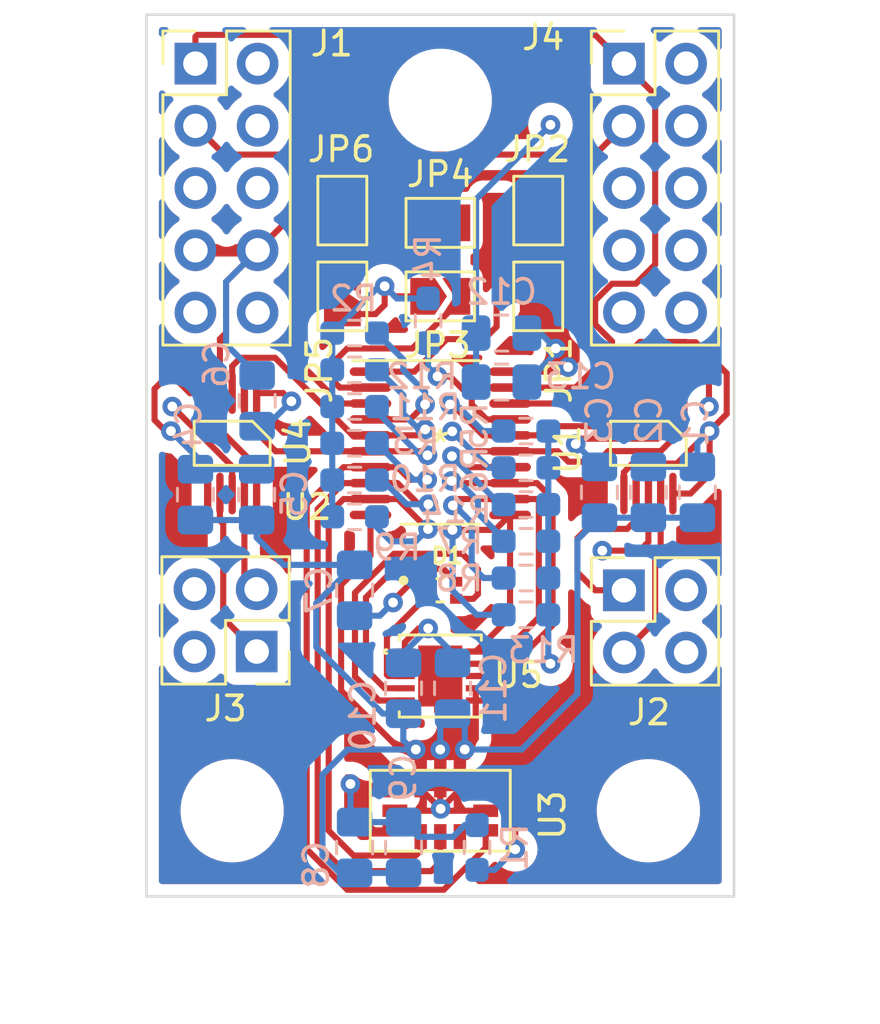
<source format=kicad_pcb>
(kicad_pcb (version 20211014) (generator pcbnew)
  (layers (0 "F.Cu" signal) (1 "In1.Cu" signal) (2 "In2.Cu" signal) (31 "B.Cu" signal) (34 "B.Paste" user) (35 "F.Paste" user) (36 "B.SilkS" user "B.Silkscreen") (37 "F.SilkS" user "F.Silkscreen") (38 "B.Mask" user) (39 "F.Mask" user) (44 "Edge.Cuts" user))
  (net 0 "")
  (net 1 "+3V3")
  (net 2 "GND")
  (net 3 "Net-(C3-Pad1)")
  (net 4 "Net-(C6-Pad1)")
  (net 5 "Net-(D1-Pad4)")
  (net 6 "Net-(D1-Pad2)")
  (net 7 "Net-(D1-Pad3)")
  (net 8 "/SCM")
  (net 9 "/SDM")
  (net 12 "Net-(J2-Pad1)")
  (net 14 "Net-(J2-Pad3)")
  (net 16 "Net-(J3-Pad1)")
  (net 18 "Net-(J3-Pad3)")
  (net 22 "Net-(JP1-Pad2)")
  (net 23 "Net-(JP3-Pad2)")
  (net 24 "Net-(JP5-Pad2)")
  (net 25 "Net-(R1-Pad2)")
  (net 26 "/INT0")
  (net 27 "/INT1")
  (net 28 "Net-(R4-Pad2)")
  (net 29 "/SC3")
  (net 30 "/SD3")
  (net 31 "/SC2")
  (net 32 "/SD2")
  (net 33 "/SC1")
  (net 34 "/SD1")
  (net 35 "/SC0")
  (net 36 "/SD0")
  (net 38 "/INT2")
  (net 39 "/INT3")
  (footprint "MotorDriver:DRV2605LDGSR" (layer "F.Cu") (at 103.5 67.5 -90)
    (fp_text reference "U4")
    (fp_text value "DRV2605LDGSR" hide)
  )
  (footprint "MountingHole:MountingHole_3.2mm_M3" (layer "F.Cu") (at 103.5 82.5)
    (fp_text reference "REF**" hide)
    (fp_text value "MountingHole_3.2mm_M3")
  )
  (footprint "Connector_PinHeader_2.54mm:PinHeader_2x05_P2.54mm_Vertical" (layer "F.Cu") (at 119.5 52)
    (fp_text reference "J4")
    (fp_text value "Conn_02x05_Odd_Even")
  )
  (footprint "MotorDriver:DRV2605LDGSR" (layer "F.Cu") (at 120.5 67.5 -90)
    (fp_text reference "U1")
    (fp_text value "DRV2605LDGSR" hide)
  )
  (footprint "MountingHole:MountingHole_3.2mm_M3" (layer "F.Cu") (at 120.5 82.5)
    (fp_text reference "REF**" hide)
    (fp_text value "MountingHole_3.2mm_M3")
  )
  (footprint "Jumper:SolderJumper-2_P1.3mm_Open_TrianglePad1.0x1.5mm" (layer "F.Cu") (at 112 61.5)
    (fp_text reference "JP3")
    (fp_text value "SolderJumper_2_Open")
  )
  (footprint "LEDDriver:IS31FL3193-DLS2-TR" (layer "F.Cu") (at 112 77)
    (fp_text reference "U5")
    (fp_text value "IS31FL3193-DLS2-TR" hide)
  )
  (footprint "LED:LED_APHF1608LSEEQBDZGKC" (layer "F.Cu") (at 112 73.5)
    (fp_text reference "D1")
    (fp_text value "APHF1608LSEEQBDZGKC")
  )
  (footprint "Connector_PinHeader_2.54mm:PinHeader_2x02_P2.54mm_Vertical" (layer "F.Cu") (at 119.5 73.5)
    (fp_text reference "J2")
    (fp_text value "Conn_02x02_Odd_Even")
  )
  (footprint "Jumper:SolderJumper-2_P1.3mm_Open_TrianglePad1.0x1.5mm" (layer "F.Cu") (at 108 58 -90)
    (fp_text reference "JP6")
    (fp_text value "SolderJumper_2_Open")
  )
  (footprint "MountingHole:MountingHole_3.2mm_M3" (layer "F.Cu") (at 112 53.5)
    (fp_text reference "REF**" hide)
    (fp_text value "MountingHole_3.2mm_M3")
  )
  (footprint "Connector_PinHeader_2.54mm:PinHeader_2x02_P2.54mm_Vertical" (layer "F.Cu") (at 104.5 76 180)
    (fp_text reference "J3")
    (fp_text value "Conn_02x02_Odd_Even")
  )
  (footprint "Jumper:SolderJumper-2_P1.3mm_Open_TrianglePad1.0x1.5mm" (layer "F.Cu") (at 112 58.5)
    (fp_text reference "JP4")
    (fp_text value "SolderJumper_2_Open")
  )
  (footprint "Jumper:SolderJumper-2_P1.3mm_Open_TrianglePad1.0x1.5mm" (layer "F.Cu") (at 116 58 -90)
    (fp_text reference "JP2")
    (fp_text value "SolderJumper_2_Open")
  )
  (footprint "Connector_PinHeader_2.54mm:PinHeader_2x05_P2.54mm_Vertical" (layer "F.Cu") (at 102 52)
    (fp_text reference "J1")
    (fp_text value "Conn_02x05_Odd_Even")
  )
  (footprint "Jumper:SolderJumper-2_P1.3mm_Open_TrianglePad1.0x1.5mm" (layer "F.Cu") (at 116 61.5 90)
    (fp_text reference "JP1")
    (fp_text value "SolderJumper_2_Open")
  )
  (footprint "Jumper:SolderJumper-2_P1.3mm_Open_TrianglePad1.0x1.5mm" (layer "F.Cu") (at 108 61.5 90)
    (fp_text reference "JP5")
    (fp_text value "SolderJumper_2_Open")
  )
  (footprint "TOF:VL53L1CXV0FY&slash_1" (layer "F.Cu") (at 112 82.5 90)
    (fp_text reference "U3")
    (fp_text value "VL53L1CXV0FY1" hide)
  )
  (footprint "I2CMultiplexor:TCA9544APWR" (layer "F.Cu") (at 112 67.5)
    (fp_text reference "U2")
    (fp_text value "TCA9544APWR" hide)
  )
  (footprint "Capacitor_SMD:C_0805_2012Metric_Pad1.18x1.45mm_HandSolder" (layer "B.Cu") (at 110.5 77.5 90)
    (fp_text reference "C10")
    (fp_text value "1u")
  )
  (footprint "Capacitor_SMD:C_0805_2012Metric_Pad1.18x1.45mm_HandSolder" (layer "B.Cu") (at 108.5 84 -90)
    (fp_text reference "C8")
    (fp_text value "100n")
  )
  (footprint "Capacitor_SMD:C_0805_2012Metric_Pad1.18x1.45mm_HandSolder" (layer "B.Cu") (at 104.5 69.596 -90)
    (fp_text reference "C5")
    (fp_text value "1u")
  )
  (footprint "Capacitor_SMD:C_0805_2012Metric_Pad1.18x1.45mm_HandSolder" (layer "B.Cu") (at 112.5 77.5 90)
    (fp_text reference "C11")
    (fp_text value ".1u")
  )
  (footprint "Capacitor_SMD:C_0805_2012Metric_Pad1.18x1.45mm_HandSolder" (layer "B.Cu") (at 114.5 65 180)
    (fp_text reference "C13")
    (fp_text value "1u")
  )
  (footprint "Resistor_SMD:R_0603_1608Metric_Pad0.98x0.95mm_HandSolder" (layer "B.Cu") (at 113.5 84 -90)
    (fp_text reference "R1")
    (fp_text value "10k")
  )
  (footprint "Capacitor_SMD:C_0805_2012Metric_Pad1.18x1.45mm_HandSolder" (layer "B.Cu") (at 122.5 69.5 -90)
    (fp_text reference "C1")
    (fp_text value ".1u")
  )
  (footprint "Resistor_SMD:R_0603_1608Metric_Pad0.98x0.95mm_HandSolder" (layer "B.Cu") (at 111.5 62.5 -90)
    (fp_text reference "R4")
    (fp_text value "10k")
  )
  (footprint "Resistor_SMD:R_0603_1608Metric_Pad0.98x0.95mm_HandSolder" (layer "B.Cu") (at 115.5 71.5)
    (fp_text reference "R7")
    (fp_text value "1k")
  )
  (footprint "Resistor_SMD:R_0603_1608Metric_Pad0.98x0.95mm_HandSolder" (layer "B.Cu") (at 115.5 70 180)
    (fp_text reference "R14")
    (fp_text value "10k")
  )
  (footprint "Capacitor_SMD:C_0805_2012Metric_Pad1.18x1.45mm_HandSolder" (layer "B.Cu") (at 118.5 69.5 -90)
    (fp_text reference "C3")
    (fp_text value "1u")
  )
  (footprint "Capacitor_SMD:C_0805_2012Metric_Pad1.18x1.45mm_HandSolder" (layer "B.Cu") (at 104.521 65.7645 90)
    (fp_text reference "C6")
    (fp_text value "1u")
  )
  (footprint "Capacitor_SMD:C_0805_2012Metric_Pad1.18x1.45mm_HandSolder" (layer "B.Cu") (at 110.5 84 -90)
    (fp_text reference "C9")
    (fp_text value "4.7u")
  )
  (footprint "Resistor_SMD:R_0603_1608Metric_Pad0.98x0.95mm_HandSolder" (layer "B.Cu") (at 115.5 67)
    (fp_text reference "R5")
    (fp_text value "1k")
  )
  (footprint "Resistor_SMD:R_0603_1608Metric_Pad0.98x0.95mm_HandSolder" (layer "B.Cu") (at 115.5 73)
    (fp_text reference "R8")
    (fp_text value "1k")
  )
  (footprint "Resistor_SMD:R_0603_1608Metric_Pad0.98x0.95mm_HandSolder" (layer "B.Cu") (at 108.5 64.5 180)
    (fp_text reference "R12")
    (fp_text value "1k")
  )
  (footprint "Capacitor_SMD:C_0805_2012Metric_Pad1.18x1.45mm_HandSolder" (layer "B.Cu") (at 114.5 63 180)
    (fp_text reference "C12")
    (fp_text value ".1u")
  )
  (footprint "Resistor_SMD:R_0603_1608Metric_Pad0.98x0.95mm_HandSolder" (layer "B.Cu") (at 108.5 66 180)
    (fp_text reference "R11")
    (fp_text value "1k")
  )
  (footprint "Resistor_SMD:R_0603_1608Metric_Pad0.98x0.95mm_HandSolder" (layer "B.Cu") (at 108.5 69 180)
    (fp_text reference "R10")
    (fp_text value "1k")
  )
  (footprint "Resistor_SMD:R_0603_1608Metric_Pad0.98x0.95mm_HandSolder" (layer "B.Cu") (at 115.5 68.5)
    (fp_text reference "R6")
    (fp_text value "1k")
  )
  (footprint "Resistor_SMD:R_0603_1608Metric_Pad0.98x0.95mm_HandSolder" (layer "B.Cu") (at 115.5 74.5 180)
    (fp_text reference "R13")
    (fp_text value "10k")
  )
  (footprint "Capacitor_SMD:C_0805_2012Metric_Pad1.18x1.45mm_HandSolder" (layer "B.Cu") (at 120.5 69.5 -90)
    (fp_text reference "C2")
    (fp_text value "1u")
  )
  (footprint "Capacitor_SMD:C_0805_2012Metric_Pad1.18x1.45mm_HandSolder" (layer "B.Cu") (at 102 69.596 -90)
    (fp_text reference "C4")
    (fp_text value ".1u")
  )
  (footprint "Capacitor_SMD:C_0805_2012Metric_Pad1.18x1.45mm_HandSolder" (layer "B.Cu") (at 108.5 73.5 90)
    (fp_text reference "C7")
    (fp_text value "1u")
  )
  (footprint "Resistor_SMD:R_0603_1608Metric_Pad0.98x0.95mm_HandSolder" (layer "B.Cu") (at 108.5 67.5)
    (fp_text reference "R3")
    (fp_text value "10k")
  )
  (footprint "Resistor_SMD:R_0603_1608Metric_Pad0.98x0.95mm_HandSolder" (layer "B.Cu") (at 108.5 70.5 180)
    (fp_text reference "R9")
    (fp_text value "1k")
  )
  (footprint "Resistor_SMD:R_0603_1608Metric_Pad0.98x0.95mm_HandSolder" (layer "B.Cu") (at 108.5 63)
    (fp_text reference "R2")
    (fp_text value "10k")
  )
  (gr_line (start 124 50) (end 124 86) (layer "Edge.Cuts") (width 0.1))
  (gr_line (start 100 50) (end 100 86) (layer "Edge.Cuts") (width 0.1))
  (gr_line (start 100 50) (end 124 50) (layer "Edge.Cuts") (width 0.1))
  (gr_line (start 124 86) (end 100 86) (layer "Edge.Cuts") (width 0.1))
  (segment (start 111.275 61.5) (end 110.141 61.5) (width 0.25) (layer "F.Cu") (net 1))
  (segment (start 119.852931 68.326) (end 119.499999 68.678932) (width 0.25) (layer "F.Cu") (net 1))
  (segment (start 116.713 62.938) (end 116 62.225) (width 0.25) (layer "F.Cu") (net 1))
  (segment (start 109.728 61.849) (end 109.352 62.225) (width 0.25) (layer "F.Cu") (net 1))
  (segment (start 109.093 81.407) (end 108.331 81.407) (width 0.25) (layer "F.Cu") (net 1))
  (segment (start 111.118199 75.057) (end 111.506 75.057) (width 0.25) (layer "F.Cu") (net 1))
  (segment (start 109.352 62.225) (end 108 62.225) (width 0.25) (layer "F.Cu") (net 1))
  (segment (start 102.499999 66.45) (end 102.499999 65.450002) (width 0.25) (layer "F.Cu") (net 1))
  (segment (start 101 67) (end 100.782 67) (width 0.25) (layer "F.Cu") (net 1))
  (segment (start 123.698 64.643) (end 123.698 66.303933) (width 0.25) (layer "F.Cu") (net 1))
  (segment (start 119.499999 65.450002) (end 119.499999 64.014297) (width 0.25) (layer "F.Cu") (net 1))
  (segment (start 123.698 66.303933) (end 123.00004 67.001893) (width 0.25) (layer "F.Cu") (net 1))
  (segment (start 110.141 61.5) (end 109.728 61.087) (width 0.25) (layer "F.Cu") (net 1))
  (segment (start 119.499999 64.014297) (end 120.151319 63.362977) (width 0.25) (layer "F.Cu") (net 1))
  (segment (start 110.5522 75.622999) (end 111.118199 75.057) (width 0.25) (layer "F.Cu") (net 1))
  (segment (start 110.146001 83.299973) (end 109.207973 83.299973) (width 0.25) (layer "F.Cu") (net 1))
  (segment (start 100.711 64.897) (end 101.219 64.897) (width 0.25) (layer "F.Cu") (net 1))
  (segment (start 122.038387 63.362979) (end 122.048408 63.373) (width 0.25) (layer "F.Cu") (net 1))
  (segment (start 119.499999 68.678932) (end 119.499999 69.550001) (width 0.25) (layer "F.Cu") (net 1))
  (segment (start 110.85 73.15) (end 110.0715 73.9285) (width 0.25) (layer "F.Cu") (net 1))
  (segment (start 123.00004 68.76996) (end 123.00004 67.001893) (width 0.25) (layer "F.Cu") (net 1))
  (segment (start 122.219999 69.550001) (end 123.00004 68.76996) (width 0.25) (layer "F.Cu") (net 1))
  (segment (start 101.219 64.897) (end 101.772002 65.450002) (width 0.25) (layer "F.Cu") (net 1))
  (segment (start 102.499999 69.550001) (end 102.499999 68.499999) (width 0.25) (layer "F.Cu") (net 1))
  (segment (start 109.386027 81.700027) (end 109.093 81.407) (width 0.25) (layer "F.Cu") (net 1))
  (segment (start 123.00004 67.001893) (end 122.990107 67.001893) (width 0.25) (layer "F.Cu") (net 1))
  (segment (start 104.500001 68.450002) (end 102.499999 66.45) (width 0.25) (layer "F.Cu") (net 1))
  (segment (start 121.666 68.326) (end 119.852931 68.326) (width 0.25) (layer "F.Cu") (net 1))
  (segment (start 111.35 73.15) (end 110.85 73.15) (width 0.25) (layer "F.Cu") (net 1))
  (segment (start 120.151319 63.362977) (end 122.038387 63.362979) (width 0.25) (layer "F.Cu") (net 1))
  (segment (start 122.048408 63.373) (end 122.428 63.373) (width 0.25) (layer "F.Cu") (net 1))
  (segment (start 100.782 67) (end 100.33 66.548) (width 0.25) (layer "F.Cu") (net 1))
  (segment (start 110.146001 81.700027) (end 109.386027 81.700027) (width 0.25) (layer "F.Cu") (net 1))
  (segment (start 108.331 82.423) (end 108.331 81.407) (width 0.25) (layer "F.Cu") (net 1))
  (segment (start 121.500001 69.550001) (end 122.219999 69.550001) (width 0.25) (layer "F.Cu") (net 1))
  (segment (start 122.990107 67.001893) (end 121.666 68.326) (width 0.25) (layer "F.Cu") (net 1))
  (segment (start 102.499999 68.499999) (end 101 67) (width 0.25) (layer "F.Cu") (net 1))
  (segment (start 122.428 63.373) (end 123.698 64.643) (width 0.25) (layer "F.Cu") (net 1))
  (segment (start 110.5522 75.999999) (end 110.5522 75.622999) (width 0.25) (layer "F.Cu") (net 1))
  (segment (start 100.33 66.548) (end 100.33 65.278) (width 0.25) (layer "F.Cu") (net 1))
  (segment (start 110.0715 73.9285) (end 110.0715 74) (width 0.25) (layer "F.Cu") (net 1))
  (segment (start 110.5522 76.500001) (end 110.5522 75.999999) (width 0.25) (layer "F.Cu") (net 1))
  (segment (start 109.207973 83.299973) (end 108.331 82.423) (width 0.25) (layer "F.Cu") (net 1))
  (segment (start 116.713 63.881) (end 117.221 64.389) (width 0.25) (layer "F.Cu") (net 1))
  (segment (start 101.772002 65.450002) (end 102.499999 65.450002) (width 0.25) (layer "F.Cu") (net 1))
  (segment (start 109.728 61.087) (end 109.728 61.849) (width 0.25) (layer "F.Cu") (net 1))
  (segment (start 117.035 64.575) (end 117.221 64.389) (width 0.25) (layer "F.Cu") (net 1))
  (segment (start 116.713 63.627) (end 116.713 62.938) (width 0.25) (layer "F.Cu") (net 1))
  (segment (start 100.33 65.278) (end 100.711 64.897) (width 0.25) (layer "F.Cu") (net 1))
  (segment (start 114.849999 64.575) (end 117.035 64.575) (width 0.25) (layer "F.Cu") (net 1))
  (segment (start 116.713 63.627) (end 116.713 63.881) (width 0.25) (layer "F.Cu") (net 1))
  (segment (start 104.500001 69.550001) (end 104.500001 68.450002) (width 0.25) (layer "F.Cu") (net 1))
  (via (at 109.728 61.087) (size 0.8) (drill 0.4) (layers "F.Cu" "B.Cu") (net 1))
  (via (at 116.713 63.627) (size 0.8) (drill 0.4) (layers "F.Cu" "B.Cu") (net 1))
  (via (at 111.506 75.057) (size 0.8) (drill 0.4) (layers "F.Cu" "B.Cu") (net 1))
  (via (at 116.5 76.5) (size 0.8) (drill 0.4) (layers "F.Cu" "B.Cu") (net 1))
  (via (at 108.331 81.407) (size 0.8) (drill 0.4) (layers "F.Cu" "B.Cu") (net 1))
  (via (at 101 67) (size 0.8) (drill 0.4) (layers "F.Cu" "B.Cu") (net 1))
  (via (at 117.221 64.389) (size 0.8) (drill 0.4) (layers "F.Cu" "B.Cu") (net 1))
  (via (at 110.0715 74) (size 0.8) (drill 0.4) (layers "F.Cu" "B.Cu") (net 1))
  (via (at 123.00004 67.001893) (size 0.8) (drill 0.4) (layers "F.Cu" "B.Cu") (net 1))
  (segment (start 108.331 82.7935) (end 108.5 82.9625) (width 0.25) (layer "B.Cu") (net 1))
  (segment (start 110.5 76.4625) (end 110.5 76.063) (width 0.25) (layer "B.Cu") (net 1))
  (segment (start 116.713 63.627) (end 116.713 63.8245) (width 0.25) (layer "B.Cu") (net 1))
  (segment (start 112.5 76.4625) (end 112.5 76.051) (width 0.25) (layer "B.Cu") (net 1))
  (segment (start 110.5 76.063) (end 111.506 75.057) (width 0.25) (layer "B.Cu") (net 1))
  (segment (start 109.534 74.5375) (end 110.0715 74) (width 0.25) (layer "B.Cu") (net 1))
  (segment (start 116.713 63.8245) (end 115.5375 65) (width 0.25) (layer "B.Cu") (net 1))
  (segment (start 108.5 74.5375) (end 109.534 74.5375) (width 0.25) (layer "B.Cu") (net 1))
  (segment (start 116.4125 74.5) (end 116.4125 76.4125) (width 0.25) (layer "B.Cu") (net 1))
  (segment (start 104.5 68.5585) (end 102 68.5585) (width 0.25) (layer "B.Cu") (net 1))
  (segment (start 110.5 82.9625) (end 108.5 82.9625) (width 0.25) (layer "B.Cu") (net 1))
  (segment (start 120.5 68.4625) (end 122.5 68.4625) (width 0.25) (layer "B.Cu") (net 1))
  (segment (start 122.5 67.501933) (end 123.00004 67.001893) (width 0.25) (layer "B.Cu") (net 1))
  (segment (start 107.5875 67.5) (end 107.5875 66) (width 0.25) (layer "B.Cu") (net 1))
  (segment (start 112.5 76.051) (end 111.506 75.057) (width 0.25) (layer "B.Cu") (net 1))
  (segment (start 113.0005 83.0875) (end 112.522 83.566) (width 0.25) (layer "B.Cu") (net 1))
  (segment (start 111.5 61.5875) (end 110.2285 61.5875) (width 0.25) (layer "B.Cu") (net 1))
  (segment (start 116.4125 68.5) (end 116.4125 70) (width 0.25) (layer "B.Cu") (net 1))
  (segment (start 107.5875 69) (end 107.5875 67.5) (width 0.25) (layer "B.Cu") (net 1))
  (segment (start 107.5875 64.5) (end 107.5875 63) (width 0.25) (layer "B.Cu") (net 1))
  (segment (start 110.2285 61.5875) (end 109.728 61.087) (width 0.25) (layer "B.Cu") (net 1))
  (segment (start 102 68) (end 101 67) (width 0.25) (layer "B.Cu") (net 1))
  (segment (start 111.1035 83.566) (end 110.5 82.9625) (width 0.25) (layer "B.Cu") (net 1))
  (segment (start 112.522 83.566) (end 111.1035 83.566) (width 0.25) (layer "B.Cu") (net 1))
  (segment (start 115.5375 63) (end 116.086 63) (width 0.25) (layer "B.Cu") (net 1))
  (segment (start 107.5875 70.5) (end 107.5875 69) (width 0.25) (layer "B.Cu") (net 1))
  (segment (start 102 68.5585) (end 102 68) (width 0.25) (layer "B.Cu") (net 1))
  (segment (start 116.4125 70) (end 116.4125 71.5) (width 0.25) (layer "B.Cu") (net 1))
  (segment (start 108.331 81.407) (end 108.331 82.7935) (width 0.25) (layer "B.Cu") (net 1))
  (segment (start 116.4125 71.5) (end 116.4125 73) (width 0.25) (layer "B.Cu") (net 1))
  (segment (start 107.5875 63) (end 109.5005 61.087) (width 0.25) (layer "B.Cu") (net 1))
  (segment (start 107.5875 66) (end 107.5875 64.5) (width 0.25) (layer "B.Cu") (net 1))
  (segment (start 113.5 83.0875) (end 113.0005 83.0875) (width 0.25) (layer "B.Cu") (net 1))
  (segment (start 116.086 63) (end 116.713 63.627) (width 0.25) (layer "B.Cu") (net 1))
  (segment (start 116.4125 73) (end 116.4125 74.5) (width 0.25) (layer "B.Cu") (net 1))
  (segment (start 122.5 68.4625) (end 122.5 67.501933) (width 0.25) (layer "B.Cu") (net 1))
  (segment (start 109.5005 61.087) (end 109.728 61.087) (width 0.25) (layer "B.Cu") (net 1))
  (segment (start 116.4125 76.4125) (end 116.5 76.5) (width 0.25) (layer "B.Cu") (net 1))
  (segment (start 116.4125 67) (end 116.4125 68.5) (width 0.25) (layer "B.Cu") (net 1))
  (segment (start 109.150001 70.425) (end 109.150001 72.078999) (width 0.25) (layer "F.Cu") (net 2))
  (segment (start 106.885 57.275) (end 108 57.275) (width 0.25) (layer "F.Cu") (net 2))
  (segment (start 103.5 69.550001) (end 103.5 68.4455) (width 0.25) (layer "F.Cu") (net 2))
  (segment (start 112.014 56.642) (end 111.275 57.381) (width 0.25) (layer "F.Cu") (net 2))
  (segment (start 107.95 73.279) (end 107.95 77.597) (width 0.25) (layer "F.Cu") (net 2))
  (segment (start 122.9735 64.916726) (end 122.9735 66.00261) (width 0.25) (layer "F.Cu") (net 2))
  (segment (start 112.800001 81.446027) (end 112.800001 80.199999) (width 0.25) (layer "F.Cu") (net 2))
  (segment (start 120.464511 63.812489) (end 121.869264 63.81249) (width 0.25) (layer "F.Cu") (net 2))
  (segment (start 121.869264 63.81249) (end 122.9735 64.916726) (width 0.25) (layer "F.Cu") (net 2))
  (segment (start 120.5 69.550001) (end 120.5 71.524) (width 0.25) (layer "F.Cu") (net 2))
  (segment (start 113.4478 77.499999) (end 113.4478 78.000001) (width 0.25) (layer "F.Cu") (net 2))
  (segment (start 111.199999 80.199999) (end 111 80) (width 0.25) (layer "F.Cu") (net 2))
  (segment (start 110.742 57.275) (end 108 57.275) (width 0.25) (layer "F.Cu") (net 2))
  (segment (start 112.800001 81.636999) (end 112.014 82.423) (width 0.25) (layer "F.Cu") (net 2))
  (segment (start 111.275 57.808) (end 110.742 57.275) (width 0.25) (layer "F.Cu") (net 2))
  (segment (start 120.142 71.882) (end 118.618 71.882) (width 0.25) (layer "F.Cu") (net 2))
  (segment (start 113.4478 78.000001) (end 113.4478 79.5522) (width 0.25) (layer "F.Cu") (net 2))
  (segment (start 111.199999 81.608999) (end 112.014 82.423) (width 0.25) (layer "F.Cu") (net 2))
  (segment (start 103.000001 63.242999) (end 103.251 62.992) (width 0.25) (layer "F.Cu") (net 2))
  (segment (start 110.353 80) (end 111 80) (width 0.25) (layer "F.Cu") (net 2))
  (segment (start 112.091 82.5) (end 112.014 82.423) (width 0.25) (layer "F.Cu") (net 2))
  (segment (start 113.4478 79.5522) (end 113 80) (width 0.25) (layer "F.Cu") (net 2))
  (segment (start 112.800001 81.446027) (end 112.800001 81.636999) (width 0.25) (layer "F.Cu") (net 2))
  (segment (start 110.146001 82.5) (end 111.937 82.5) (width 0.25) (layer "F.Cu") (net 2))
  (segment (start 112 80) (end 112 77) (width 0.25) (layer "F.Cu") (net 2))
  (segment (start 112 81.446027) (end 112 82.409) (width 0.25) (layer "F.Cu") (net 2))
  (segment (start 116 57.275) (end 115.367 56.642) (width 0.25) (layer "F.Cu") (net 2))
  (segment (start 103.000001 65.450002) (end 103.000001 63.242999) (width 0.25) (layer "F.Cu") (net 2))
  (segment (start 107.95 77.597) (end 110.353 80) (width 0.25) (layer "F.Cu") (net 2))
  (segment (start 111.275 57.381) (end 111.275 58.5) (width 0.25) (layer "F.Cu") (net 2))
  (segment (start 120.000001 64.276999) (end 120.464511 63.812489) (width 0.25) (layer "F.Cu") (net 2))
  (segment (start 120.000001 65.450002) (end 120.000001 64.276999) (width 0.25) (layer "F.Cu") (net 2))
  (segment (start 103.251 60.909) (end 104.54 59.62) (width 0.25) (layer "F.Cu") (net 2))
  (segment (start 111.199999 81.446027) (end 111.199999 80.199999) (width 0.25) (layer "F.Cu") (net 2))
  (segment (start 109.150001 72.078999) (end 107.95 73.279) (width 0.25) (layer "F.Cu") (net 2))
  (segment (start 103.5 68.4455) (end 101.0545 66) (width 0.25) (layer "F.Cu") (net 2))
  (segment (start 103.251 62.992) (end 103.251 60.909) (width 0.25) (layer "F.Cu") (net 2))
  (segment (start 111.275 58.5) (end 111.275 57.808) (width 0.25) (layer "F.Cu") (net 2))
  (segment (start 111.937 82.5) (end 112.014 82.423) (width 0.25) (layer "F.Cu") (net 2))
  (segment (start 112 82.409) (end 112.014 82.423) (width 0.25) (layer "F.Cu") (net 2))
  (segment (start 104.54 59.62) (end 106.885 57.275) (width 0.25) (layer "F.Cu") (net 2))
  (segment (start 113.853999 82.5) (end 112.091 82.5) (width 0.25) (layer "F.Cu") (net 2))
  (segment (start 112 81.446027) (end 112 80) (width 0.25) (layer "F.Cu") (net 2))
  (segment (start 112.800001 80.199999) (end 113 80) (width 0.25) (layer "F.Cu") (net 2))
  (segment (start 120.5 71.524) (end 120.142 71.882) (width 0.25) (layer "F.Cu") (net 2))
  (segment (start 115.367 56.642) (end 112.014 56.642) (width 0.25) (layer "F.Cu") (net 2))
  (segment (start 111.199999 81.446027) (end 111.199999 81.608999) (width 0.25) (layer "F.Cu") (net 2))
  (via (at 111 80) (size 0.8) (drill 0.4) (layers "F.Cu" "B.Cu") (net 2))
  (via (at 113 80) (size 0.8) (drill 0.4) (layers "F.Cu" "B.Cu") (net 2))
  (via (at 101.0545 66) (size 0.8) (drill 0.4) (layers "F.Cu" "B.Cu") (net 2))
  (via (at 122.9735 66.00261) (size 0.8) (drill 0.4) (layers "F.Cu" "B.Cu") (net 2))
  (via (at 112.014 82.423) (size 0.8) (drill 0.4) (layers "F.Cu" "B.Cu") (net 2))
  (via (at 118.618 71.882) (size 0.8) (drill 0.4) (layers "F.Cu" "B.Cu") (net 2))
  (via (at 116.5 54.5) (size 0.8) (drill 0.4) (layers "F.Cu" "B.Cu") (net 2))
  (via (at 112 80) (size 0.8) (drill 0.4) (layers "F.Cu" "B.Cu") (net 2))
  (segment (start 113.4625 65) (end 113.4625 63) (width 0.25) (layer "B.Cu") (net 2))
  (segment (start 107.188 84.328) (end 107.188 81.026) (width 0.25) (layer "B.Cu") (net 2))
  (segment (start 113 80) (end 113 79.0375) (width 0.25) (layer "B.Cu") (net 2))
  (segment (start 117.602 77.724) (end 115.326 80) (width 0.25) (layer "B.Cu") (net 2))
  (segment (start 111 80) (end 110.861 80) (width 0.25) (layer "B.Cu") (net 2))
  (segment (start 113 79.0375) (end 112.5 78.5375) (width 0.25) (layer "B.Cu") (net 2))
  (segment (start 118.5 70.5375) (end 117.602 71.4355) (width 0.25) (layer "B.Cu") (net 2))
  (segment (start 104.521 64.727) (end 103.251 63.457) (width 0.25) (layer "B.Cu") (net 2))
  (segment (start 105.6095 72.4625) (end 108.5 72.4625) (width 0.25) (layer "B.Cu") (net 2))
  (segment (start 110.49 78.5475) (end 110.5 78.5375) (width 0.25) (layer "B.Cu") (net 2))
  (segment (start 103.251 60.909) (end 104.54 59.62) (width 0.25) (layer "B.Cu") (net 2))
  (segment (start 106.934 74.0285) (end 108.5 72.4625) (width 0.25) (layer "B.Cu") (net 2))
  (segment (start 107.8975 85.0375) (end 107.188 84.328) (width 0.25) (layer "B.Cu") (net 2))
  (segment (start 118.5 70.5375) (end 120.5 70.5375) (width 0.25) (layer "B.Cu") (net 2))
  (segment (start 110.49 79.629) (end 110.49 78.5475) (width 0.25) (layer "B.Cu") (net 2))
  (segment (start 115.326 80) (end 113 80) (width 0.25) (layer "B.Cu") (net 2))
  (segment (start 108.5 85.0375) (end 107.8975 85.0375) (width 0.25) (layer "B.Cu") (net 2))
  (segment (start 112 79.0375) (end 112.5 78.5375) (width 0.25) (layer "B.Cu") (net 2))
  (segment (start 102 70.6335) (end 104.5 70.6335) (width 0.25) (layer "B.Cu") (net 2))
  (segment (start 103.251 63.457) (end 103.251 60.909) (width 0.25) (layer "B.Cu") (net 2))
  (segment (start 110.5 85.0375) (end 108.5 85.0375) (width 0.25) (layer "B.Cu") (net 2))
  (segment (start 108.214 80) (end 111 80) (width 0.25) (layer "B.Cu") (net 2))
  (segment (start 110.861 80) (end 110.49 79.629) (width 0.25) (layer "B.Cu") (net 2))
  (segment (start 104.5 70.6335) (end 104.5 71.353) (width 0.25) (layer "B.Cu") (net 2))
  (segment (start 113.4625 57.5375) (end 116.5 54.5) (width 0.25) (layer "B.Cu") (net 2))
  (segment (start 112 80) (end 112 79.0375) (width 0.25) (layer "B.Cu") (net 2))
  (segment (start 109.6525 78.5375) (end 106.934 75.819) (width 0.25) (layer "B.Cu") (net 2))
  (segment (start 104.5 71.353) (end 105.6095 72.4625) (width 0.25) (layer "B.Cu") (net 2))
  (segment (start 117.602 71.4355) (end 117.602 77.724) (width 0.25) (layer "B.Cu") (net 2))
  (segment (start 107.188 81.026) (end 108.214 80) (width 0.25) (layer "B.Cu") (net 2))
  (segment (start 122.5 70.5375) (end 120.5 70.5375) (width 0.25) (layer "B.Cu") (net 2))
  (segment (start 106.934 75.819) (end 106.934 74.0285) (width 0.25) (layer "B.Cu") (net 2))
  (segment (start 110.5 78.5375) (end 109.6525 78.5375) (width 0.25) (layer "B.Cu") (net 2))
  (segment (start 113.4625 63) (end 113.4625 57.5375) (width 0.25) (layer "B.Cu") (net 2))
  (segment (start 121.500001 65.450002) (end 121.500001 66.685719) (width 0.25) (layer "F.Cu") (net 3))
  (segment (start 120.87572 67.31) (end 117.748416 67.31) (width 0.25) (layer "F.Cu") (net 3))
  (segment (start 121.500001 66.685719) (end 120.87572 67.31) (width 0.25) (layer "F.Cu") (net 3))
  (segment (start 117.748416 67.31) (end 117.531916 67.5265) (width 0.25) (layer "F.Cu") (net 3))
  (via (at 117.531916 67.5265) (size 0.8) (drill 0.4) (layers "F.Cu" "B.Cu") (net 3))
  (segment (start 118 67.994584) (end 117.531916 67.5265) (width 0.25) (layer "B.Cu") (net 3))
  (segment (start 118 68.4625) (end 118 67.994584) (width 0.25) (layer "B.Cu") (net 3))
  (segment (start 104.500001 65.450002) (end 105.582002 65.450002) (width 0.25) (layer "F.Cu") (net 4))
  (segment (start 105.582002 65.450002) (end 105.918 65.786) (width 0.25) (layer "F.Cu") (net 4))
  (via (at 105.918 65.786) (size 0.8) (drill 0.4) (layers "F.Cu" "B.Cu") (net 4))
  (segment (start 104.902 66.802) (end 105.918 65.786) (width 0.25) (layer "B.Cu") (net 4))
  (segment (start 104.521 66.802) (end 104.902 66.802) (width 0.25) (layer "B.Cu") (net 4))
  (segment (start 112.125489 72.625489) (end 110.127511 72.625489) (width 0.25) (layer "F.Cu") (net 5))
  (segment (start 108.966 76.731927) (end 109.734072 77.499999) (width 0.25) (layer "F.Cu") (net 5))
  (segment (start 112.65 73.15) (end 112.125489 72.625489) (width 0.25) (layer "F.Cu") (net 5))
  (segment (start 109.734072 77.499999) (end 110.5522 77.499999) (width 0.25) (layer "F.Cu") (net 5))
  (segment (start 110.127511 72.625489) (end 108.966 73.787) (width 0.25) (layer "F.Cu") (net 5))
  (segment (start 108.966 73.787) (end 108.966 76.731927) (width 0.25) (layer "F.Cu") (net 5))
  (segment (start 109.821289 75.378711) (end 111.35 73.85) (width 0.25) (layer "F.Cu") (net 6))
  (segment (start 110.5522 77) (end 109.869777 77) (width 0.25) (layer "F.Cu") (net 6))
  (segment (start 109.821289 76.951512) (end 109.821289 75.378711) (width 0.25) (layer "F.Cu") (net 6))
  (segment (start 109.869777 77) (end 109.821289 76.951512) (width 0.25) (layer "F.Cu") (net 6))
  (segment (start 110.108296 72.009) (end 112.903 72.009) (width 0.25) (layer "F.Cu") (net 7))
  (segment (start 113.538 73.66) (end 113.348 73.85) (width 0.25) (layer "F.Cu") (net 7))
  (segment (start 109.495297 78.000001) (end 108.51649 77.021194) (width 0.25) (layer "F.Cu") (net 7))
  (segment (start 110.5522 78.000001) (end 109.495297 78.000001) (width 0.25) (layer "F.Cu") (net 7))
  (segment (start 108.51649 77.021194) (end 108.51649 73.600806) (width 0.25) (layer "F.Cu") (net 7))
  (segment (start 112.903 72.009) (end 113.538 72.644) (width 0.25) (layer "F.Cu") (net 7))
  (segment (start 108.51649 73.600806) (end 110.108296 72.009) (width 0.25) (layer "F.Cu") (net 7))
  (segment (start 113.538 72.644) (end 113.538 73.66) (width 0.25) (layer "F.Cu") (net 7))
  (segment (start 113.348 73.85) (end 112.65 73.85) (width 0.25) (layer "F.Cu") (net 7))
  (segment (start 119.986499 60.985489) (end 120.777 60.194988) (width 0.25) (layer "F.Cu") (net 8))
  (segment (start 102 52) (end 102 50.9) (width 0.25) (layer "F.Cu") (net 8))
  (segment (start 118.325489 61.673501) (end 119.013501 60.985489) (width 0.25) (layer "F.Cu") (net 8))
  (segment (start 102 50.9) (end 102.074511 50.825489) (width 0.25) (layer "F.Cu") (net 8))
  (segment (start 119.013501 60.985489) (end 119.986499 60.985489) (width 0.25) (layer "F.Cu") (net 8))
  (segment (start 119.013501 64.373795) (end 119.013501 63.334511) (width 0.25) (layer "F.Cu") (net 8))
  (segment (start 102.074511 50.825489) (end 118.325489 50.825489) (width 0.25) (layer "F.Cu") (net 8))
  (segment (start 120.777 53.277) (end 119.5 52) (width 0.25) (layer "F.Cu") (net 8))
  (segment (start 118.325489 50.825489) (end 119.5 52) (width 0.25) (layer "F.Cu") (net 8))
  (segment (start 120.777 60.194988) (end 120.777 53.277) (width 0.25) (layer "F.Cu") (net 8))
  (segment (start 114.849999 65.874999) (end 117.512297 65.874999) (width 0.25) (layer "F.Cu") (net 8))
  (segment (start 117.512297 65.874999) (end 119.013501 64.373795) (width 0.25) (layer "F.Cu") (net 8))
  (segment (start 119.013501 63.334511) (end 118.325489 62.646499) (width 0.25) (layer "F.Cu") (net 8))
  (segment (start 118.325489 62.646499) (end 118.325489 61.673501) (width 0.25) (layer "F.Cu") (net 8))
  (segment (start 119.5 54.54) (end 118.325489 55.714511) (width 0.25) (layer "F.Cu") (net 9))
  (segment (start 118.325489 55.714511) (end 103.174511 55.714511) (width 0.25) (layer "F.Cu") (net 9))
  (segment (start 114.849999 65.225001) (end 117.526591 65.225001) (width 0.25) (layer "F.Cu") (net 9))
  (segment (start 117.526591 65.225001) (end 118.325489 64.426103) (width 0.25) (layer "F.Cu") (net 9))
  (segment (start 117.875978 56.164022) (end 118.325489 55.714511) (width 0.25) (layer "F.Cu") (net 9))
  (segment (start 118.325489 64.426103) (end 118.325489 63.282203) (width 0.25) (layer "F.Cu") (net 9))
  (segment (start 103.174511 55.714511) (end 102 54.54) (width 0.25) (layer "F.Cu") (net 9))
  (segment (start 117.875978 62.832692) (end 117.875978 56.164022) (width 0.25) (layer "F.Cu") (net 9))
  (segment (start 118.325489 63.282203) (end 117.875978 62.832692) (width 0.25) (layer "F.Cu") (net 9))
  (segment (start 117.602 71.374) (end 117.602 72.771) (width 0.25) (layer "F.Cu") (net 12))
  (segment (start 119.634 70.993) (end 117.983 70.993) (width 0.25) (layer "F.Cu") (net 12))
  (segment (start 118.331 73.5) (end 119.5 73.5) (width 0.25) (layer "F.Cu") (net 12))
  (segment (start 120.000001 70.626999) (end 119.634 70.993) (width 0.25) (layer "F.Cu") (net 12))
  (segment (start 117.983 70.993) (end 117.602 71.374) (width 0.25) (layer "F.Cu") (net 12))
  (segment (start 120.000001 69.550001) (end 120.000001 70.626999) (width 0.25) (layer "F.Cu") (net 12))
  (segment (start 117.602 72.771) (end 118.331 73.5) (width 0.25) (layer "F.Cu") (net 12))
  (segment (start 121.000002 71.912998) (end 120.777 72.136) (width 0.25) (layer "F.Cu") (net 14))
  (segment (start 120.777 72.136) (end 120.777 74.763) (width 0.25) (layer "F.Cu") (net 14))
  (segment (start 121.000002 69.550001) (end 121.000002 71.912998) (width 0.25) (layer "F.Cu") (net 14))
  (segment (start 120.777 74.763) (end 119.5 76.04) (width 0.25) (layer "F.Cu") (net 14))
  (segment (start 103.134511 70.78451) (end 103.000001 70.65) (width 0.25) (layer "F.Cu") (net 16))
  (segment (start 103.000001 70.65) (end 103.000001 69.550001) (width 0.25) (layer "F.Cu") (net 16))
  (segment (start 104.5 76) (end 103.134511 74.634511) (width 0.25) (layer "F.Cu") (net 16))
  (segment (start 103.134511 74.634511) (end 103.134511 70.78451) (width 0.25) (layer "F.Cu") (net 16))
  (segment (start 104.000002 72.960002) (end 104.000002 69.550001) (width 0.25) (layer "F.Cu") (net 18))
  (segment (start 104.5 73.46) (end 104.000002 72.960002) (width 0.25) (layer "F.Cu") (net 18))
  (segment (start 110.939 64.575) (end 112.268 63.246) (width 0.25) (layer "F.Cu") (net 22))
  (segment (start 112.268 63.246) (end 113.792 63.246) (width 0.25) (layer "F.Cu") (net 22))
  (segment (start 109.150001 64.575) (end 110.939 64.575) (width 0.25) (layer "F.Cu") (net 22))
  (segment (start 114.3 61.849) (end 115.374 60.775) (width 0.25) (layer "F.Cu") (net 22))
  (segment (start 113.792 63.246) (end 114.3 62.738) (width 0.25) (layer "F.Cu") (net 22))
  (segment (start 114.3 62.738) (end 114.3 61.849) (width 0.25) (layer "F.Cu") (net 22))
  (segment (start 116 58.725) (end 116 60.775) (width 0.25) (layer "F.Cu") (net 22))
  (segment (start 115.374 60.775) (end 116 60.775) (width 0.25) (layer "F.Cu") (net 22))
  (segment (start 110.85694 63.627) (end 112.725 61.75894) (width 0.25) (layer "F.Cu") (net 23))
  (segment (start 112.59952 61.37452) (end 112.725 61.5) (width 0.25) (layer "F.Cu") (net 23))
  (segment (start 107.897001 65.225001) (end 107.442 64.77) (width 0.25) (layer "F.Cu") (net 23))
  (segment (start 107.442 64.389) (end 108.204 63.627) (width 0.25) (layer "F.Cu") (net 23))
  (segment (start 107.442 64.77) (end 107.442 64.389) (width 0.25) (layer "F.Cu") (net 23))
  (segment (start 109.150001 65.225001) (end 107.897001 65.225001) (width 0.25) (layer "F.Cu") (net 23))
  (segment (start 112.725 58.5) (end 112.59952 58.62548) (width 0.25) (layer "F.Cu") (net 23))
  (segment (start 112.59952 58.62548) (end 112.59952 61.37452) (width 0.25) (layer "F.Cu") (net 23))
  (segment (start 112.725 61.75894) (end 112.725 61.5) (width 0.25) (layer "F.Cu") (net 23))
  (segment (start 108.204 63.627) (end 110.85694 63.627) (width 0.25) (layer "F.Cu") (net 23))
  (segment (start 108 59.64) (end 106.426 61.214) (width 0.25) (layer "F.Cu") (net 24))
  (segment (start 108 58.725) (end 108 59.64) (width 0.25) (layer "F.Cu") (net 24))
  (segment (start 107.911295 65.874999) (end 109.150001 65.874999) (width 0.25) (layer "F.Cu") (net 24))
  (segment (start 106.426 61.214) (end 106.426 64.389704) (width 0.25) (layer "F.Cu") (net 24))
  (segment (start 108 59.64) (end 108 60.775) (width 0.25) (layer "F.Cu") (net 24))
  (segment (start 106.426 64.389704) (end 107.911295 65.874999) (width 0.25) (layer "F.Cu") (net 24))
  (segment (start 114.720027 81.700027) (end 115.062 82.042) (width 0.25) (layer "F.Cu") (net 25))
  (segment (start 115.062 82.042) (end 115.062 84.074) (width 0.25) (layer "F.Cu") (net 25))
  (segment (start 113.853999 81.700027) (end 114.720027 81.700027) (width 0.25) (layer "F.Cu") (net 25))
  (via (at 115.062 84.074) (size 0.8) (drill 0.4) (layers "F.Cu" "B.Cu") (net 25))
  (segment (start 113.5 84.9125) (end 114.2235 84.9125) (width 0.25) (layer "B.Cu") (net 25))
  (segment (start 114.2235 84.9125) (end 115.062 84.074) (width 0.25) (layer "B.Cu") (net 25))
  (segment (start 109.150001 66.525001) (end 110.766999 66.525001) (width 0.25) (layer "F.Cu") (net 26))
  (segment (start 110.766999 66.525001) (end 111.379 65.913) (width 0.25) (layer "F.Cu") (net 26))
  (via (at 111.379 65.913) (size 0.8) (drill 0.4) (layers "F.Cu" "B.Cu") (net 26))
  (segment (start 110.49 64.0775) (end 109.4125 63) (width 0.25) (layer "B.Cu") (net 26))
  (segment (start 111.379 65.913) (end 111.379 65.405) (width 0.25) (layer "B.Cu") (net 26))
  (segment (start 111.379 65.405) (end 110.49 64.516) (width 0.25) (layer "B.Cu") (net 26))
  (segment (start 110.49 64.516) (end 110.49 64.0775) (width 0.25) (layer "B.Cu") (net 26))
  (segment (start 106.542979 84.064683) (end 108.203296 85.725) (width 0.25) (layer "F.Cu") (net 27))
  (segment (start 108.203296 85.725) (end 112.141 85.725) (width 0.25) (layer "F.Cu") (net 27))
  (segment (start 108.050002 68.474999) (end 106.542979 69.982022) (width 0.25) (layer "F.Cu") (net 27))
  (segment (start 109.150001 68.474999) (end 110.25 68.474999) (width 0.25) (layer "F.Cu") (net 27))
  (segment (start 110.761972 68.986971) (end 111.464849 68.986971) (width 0.25) (layer "F.Cu") (net 27))
  (segment (start 109.150001 68.474999) (end 108.050002 68.474999) (width 0.25) (layer "F.Cu") (net 27))
  (segment (start 110.25 68.474999) (end 110.761972 68.986971) (width 0.25) (layer "F.Cu") (net 27))
  (segment (start 112.141 85.725) (end 113.853999 84.012001) (width 0.25) (layer "F.Cu") (net 27))
  (segment (start 113.853999 84.012001) (end 113.853999 83.299973) (width 0.25) (layer "F.Cu") (net 27))
  (segment (start 106.542979 69.982022) (end 106.542979 84.064683) (width 0.25) (layer "F.Cu") (net 27))
  (via (at 111.464849 68.986971) (size 0.8) (drill 0.4) (layers "F.Cu" "B.Cu") (net 27))
  (segment (start 109.4125 67.5) (end 110.899471 68.986971) (width 0.25) (layer "B.Cu") (net 27))
  (segment (start 110.899471 68.986971) (end 111.464849 68.986971) (width 0.25) (layer "B.Cu") (net 27))
  (segment (start 112.395 64.77) (end 111.887 64.77) (width 0.25) (layer "F.Cu") (net 28))
  (segment (start 114.849999 66.525001) (end 113.896001 66.525001) (width 0.25) (layer "F.Cu") (net 28))
  (segment (start 113.284 65.913) (end 113.284 65.659) (width 0.25) (layer "F.Cu") (net 28))
  (segment (start 113.284 65.659) (end 112.395 64.77) (width 0.25) (layer "F.Cu") (net 28))
  (segment (start 113.896001 66.525001) (end 113.284 65.913) (width 0.25) (layer "F.Cu") (net 28))
  (via (at 111.887 64.77) (size 0.8) (drill 0.4) (layers "F.Cu" "B.Cu") (net 28))
  (segment (start 111.5 64.383) (end 111.887 64.77) (width 0.25) (layer "B.Cu") (net 28))
  (segment (start 111.5 63.4125) (end 111.5 64.383) (width 0.25) (layer "B.Cu") (net 28))
  (segment (start 121.000002 66.469467) (end 120.667469 66.802) (width 0.25) (layer "F.Cu") (net 29))
  (segment (start 116.322997 66.802) (end 115.949998 67.174999) (width 0.25) (layer "F.Cu") (net 29))
  (segment (start 120.667469 66.802) (end 116.322997 66.802) (width 0.25) (layer "F.Cu") (net 29))
  (segment (start 121.000002 65.450002) (end 121.000002 66.469467) (width 0.25) (layer "F.Cu") (net 29))
  (segment (start 112.395 65.913) (end 112.488001 65.913) (width 0.25) (layer "F.Cu") (net 29))
  (segment (start 113.75 67.174999) (end 114.849999 67.174999) (width 0.25) (layer "F.Cu") (net 29))
  (segment (start 115.949998 67.174999) (end 114.849999 67.174999) (width 0.25) (layer "F.Cu") (net 29))
  (segment (start 112.488001 65.913) (end 113.75 67.174999) (width 0.25) (layer "F.Cu") (net 29))
  (via (at 112.395 65.913) (size 0.8) (drill 0.4) (layers "F.Cu" "B.Cu") (net 29))
  (segment (start 112.53152 66.04952) (end 112.78552 66.04952) (width 0.25) (layer "B.Cu") (net 29))
  (segment (start 112.78552 66.04952) (end 113.736 67) (width 0.25) (layer "B.Cu") (net 29))
  (segment (start 112.395 65.913) (end 112.53152 66.04952) (width 0.25) (layer "B.Cu") (net 29))
  (segment (start 113.736 67) (end 114.5875 67) (width 0.25) (layer "B.Cu") (net 29))
  (segment (start 121.003425 67.818) (end 118.864295 67.818) (width 0.25) (layer "F.Cu") (net 30))
  (segment (start 114.849999 67.825001) (end 113.300403 67.825001) (width 0.25) (layer "F.Cu") (net 30))
  (segment (start 121.97452 64.55345) (end 121.97452 66.846905) (width 0.25) (layer "F.Cu") (net 30))
  (segment (start 121.68307 64.262) (end 121.97452 64.55345) (width 0.25) (layer "F.Cu") (net 30))
  (segment (start 113.300403 67.825001) (end 112.487701 67.012299) (width 0.25) (layer "F.Cu") (net 30))
  (segment (start 120.5 65.450002) (end 120.5 64.539) (width 0.25) (layer "F.Cu") (net 30))
  (segment (start 120.5 64.539) (end 120.777 64.262) (width 0.25) (layer "F.Cu") (net 30))
  (segment (start 116.805817 67.825001) (end 114.849999 67.825001) (width 0.25) (layer "F.Cu") (net 30))
  (segment (start 118.864295 67.818) (end 118.431294 68.251001) (width 0.25) (layer "F.Cu") (net 30))
  (segment (start 118.431294 68.251001) (end 117.231817 68.251001) (width 0.25) (layer "F.Cu") (net 30))
  (segment (start 120.777 64.262) (end 121.68307 64.262) (width 0.25) (layer "F.Cu") (net 30))
  (segment (start 117.231817 68.251001) (end 116.805817 67.825001) (width 0.25) (layer "F.Cu") (net 30))
  (segment (start 121.97452 66.846905) (end 121.003425 67.818) (width 0.25) (layer "F.Cu") (net 30))
  (via (at 112.487701 67.012299) (size 0.8) (drill 0.4) (layers "F.Cu" "B.Cu") (net 30))
  (segment (start 113.975402 68.5) (end 112.487701 67.012299) (width 0.25) (layer "B.Cu") (net 30))
  (segment (start 114.5875 68.5) (end 113.975402 68.5) (width 0.25) (layer "B.Cu") (net 30))
  (segment (start 112.551207 69.125001) (end 112.463103 69.036897) (width 0.25) (layer "F.Cu") (net 31))
  (segment (start 114.849999 69.125001) (end 115.949998 69.125001) (width 0.25) (layer "F.Cu") (net 31))
  (segment (start 115.949998 69.125001) (end 116.586 69.761003) (width 0.25) (layer "F.Cu") (net 31))
  (segment (start 114.849999 69.125001) (end 112.551207 69.125001) (width 0.25) (layer "F.Cu") (net 31))
  (segment (start 116.586 74.93) (end 114.516 77) (width 0.25) (layer "F.Cu") (net 31))
  (segment (start 114.516 77) (end 113.4478 77) (width 0.25) (layer "F.Cu") (net 31))
  (segment (start 116.586 69.761003) (end 116.586 74.93) (width 0.25) (layer "F.Cu") (net 31))
  (via (at 112.463103 69.036897) (size 0.8) (drill 0.4) (layers "F.Cu" "B.Cu") (net 31))
  (segment (start 113.538 69.85) (end 112.724897 69.036897) (width 0.25) (layer "B.Cu") (net 31))
  (segment (start 114.5875 71.5) (end 114.5875 71.4075) (width 0.25) (layer "B.Cu") (net 31))
  (segment (start 112.724897 69.036897) (end 112.463103 69.036897) (width 0.25) (layer "B.Cu") (net 31))
  (segment (start 114.5875 71.4075) (end 113.538 70.358) (width 0.25) (layer "B.Cu") (net 31))
  (segment (start 113.538 70.358) (end 113.538 69.85) (width 0.25) (layer "B.Cu") (net 31))
  (segment (start 114.849999 69.774999) (end 112.773181 69.774999) (width 0.25) (layer "F.Cu") (net 32))
  (segment (start 116.024518 74.605703) (end 114.13022 76.500001) (width 0.25) (layer "F.Cu") (net 32))
  (segment (start 115.949998 69.774999) (end 116.024518 69.849519) (width 0.25) (layer "F.Cu") (net 32))
  (segment (start 116.024518 69.849519) (end 116.024518 74.605703) (width 0.25) (layer "F.Cu") (net 32))
  (segment (start 114.849999 69.774999) (end 115.949998 69.774999) (width 0.25) (layer "F.Cu") (net 32))
  (segment (start 112.773181 69.774999) (end 112.513029 70.035151) (width 0.25) (layer "F.Cu") (net 32))
  (segment (start 114.13022 76.500001) (end 113.4478 76.500001) (width 0.25) (layer "F.Cu") (net 32))
  (via (at 112.513029 70.035151) (size 0.8) (drill 0.4) (layers "F.Cu" "B.Cu") (net 32))
  (segment (start 113.767 73) (end 113.284 72.517) (width 0.25) (layer "B.Cu") (net 32))
  (segment (start 113.284 70.739704) (end 112.579447 70.035151) (width 0.25) (layer "B.Cu") (net 32))
  (segment (start 114.5875 73) (end 113.767 73) (width 0.25) (layer "B.Cu") (net 32))
  (segment (start 112.579447 70.035151) (end 112.513029 70.035151) (width 0.25) (layer "B.Cu") (net 32))
  (segment (start 113.284 72.517) (end 113.284 70.739704) (width 0.25) (layer "B.Cu") (net 32))
  (segment (start 109.150001 69.774999) (end 108.050002 69.774999) (width 0.25) (layer "F.Cu") (net 33))
  (segment (start 111.489295 71) (end 111.5 71) (width 0.25) (layer "F.Cu") (net 33))
  (segment (start 111.199999 84.126001) (end 111.199999 83.553973) (width 0.25) (layer "F.Cu") (net 33))
  (segment (start 107.442 70.383001) (end 107.442 83.312) (width 0.25) (layer "F.Cu") (net 33))
  (segment (start 110.264294 69.774999) (end 111.489295 71) (width 0.25) (layer "F.Cu") (net 33))
  (segment (start 107.442 83.312) (end 108.458 84.328) (width 0.25) (layer "F.Cu") (net 33))
  (segment (start 110.998 84.328) (end 111.199999 84.126001) (width 0.25) (layer "F.Cu") (net 33))
  (segment (start 108.458 84.328) (end 110.998 84.328) (width 0.25) (layer "F.Cu") (net 33))
  (segment (start 108.050002 69.774999) (end 107.442 70.383001) (width 0.25) (layer "F.Cu") (net 33))
  (segment (start 109.150001 69.774999) (end 110.264294 69.774999) (width 0.25) (layer "F.Cu") (net 33))
  (via (at 111.5 71) (size 0.8) (drill 0.4) (layers "F.Cu" "B.Cu") (net 33))
  (segment (start 110.999 71.501) (end 111.5 71) (width 0.25) (layer "B.Cu") (net 33))
  (segment (start 109.4125 70.5) (end 109.4125 70.9315) (width 0.25) (layer "B.Cu") (net 33))
  (segment (start 109.982 71.501) (end 110.999 71.501) (width 0.25) (layer "B.Cu") (net 33))
  (segment (start 109.4125 70.9315) (end 109.982 71.501) (width 0.25) (layer "B.Cu") (net 33))
  (segment (start 112 84.596) (end 112 83.553973) (width 0.25) (layer "F.Cu") (net 34))
  (segment (start 111.512299 69.987701) (end 111.1127 69.987701) (width 0.25) (layer "F.Cu") (net 34))
  (segment (start 111.1127 69.987701) (end 110.25 69.125001) (width 0.25) (layer "F.Cu") (net 34))
  (segment (start 108.050002 69.125001) (end 106.992489 70.182514) (width 0.25) (layer "F.Cu") (net 34))
  (segment (start 110.25 69.125001) (end 109.150001 69.125001) (width 0.25) (layer "F.Cu") (net 34))
  (segment (start 106.992489 70.182514) (end 106.992489 83.878489) (width 0.25) (layer "F.Cu") (net 34))
  (segment (start 106.992489 83.878489) (end 108.077 84.963) (width 0.25) (layer "F.Cu") (net 34))
  (segment (start 111.633 84.963) (end 112 84.596) (width 0.25) (layer "F.Cu") (net 34))
  (segment (start 109.150001 69.125001) (end 108.050002 69.125001) (width 0.25) (layer "F.Cu") (net 34))
  (segment (start 108.077 84.963) (end 111.633 84.963) (width 0.25) (layer "F.Cu") (net 34))
  (via (at 111.512299 69.987701) (size 0.8) (drill 0.4) (layers "F.Cu" "B.Cu") (net 34))
  (segment (start 109.4125 69) (end 109.64 69) (width 0.25) (layer "B.Cu") (net 34))
  (segment (start 110.627701 69.987701) (end 111.512299 69.987701) (width 0.25) (layer "B.Cu") (net 34))
  (segment (start 109.64 69) (end 110.627701 69.987701) (width 0.25) (layer "B.Cu") (net 34))
  (segment (start 105.275002 67.825001) (end 109.150001 67.825001) (width 0.25) (layer "F.Cu") (net 35))
  (segment (start 104.000002 66.550001) (end 105.275002 67.825001) (width 0.25) (layer "F.Cu") (net 35))
  (segment (start 111.314047 67.825001) (end 111.476583 67.987537) (width 0.25) (layer "F.Cu") (net 35))
  (segment (start 109.150001 67.825001) (end 111.314047 67.825001) (width 0.25) (layer "F.Cu") (net 35))
  (segment (start 104.000002 65.450002) (end 104.000002 66.550001) (width 0.25) (layer "F.Cu") (net 35))
  (via (at 111.476583 67.987537) (size 0.8) (drill 0.4) (layers "F.Cu" "B.Cu") (net 35))
  (segment (start 111.182353 67.987537) (end 111.476583 67.987537) (width 0.25) (layer "B.Cu") (net 35))
  (segment (start 109.4125 66.217684) (end 111.182353 67.987537) (width 0.25) (layer "B.Cu") (net 35))
  (segment (start 109.4125 66) (end 109.4125 66.217684) (width 0.25) (layer "B.Cu") (net 35))
  (segment (start 103.5 65.450002) (end 103.5 64.350003) (width 0.25) (layer "F.Cu") (net 36))
  (segment (start 105.251574 64.008) (end 108.418573 67.174999) (width 0.25) (layer "F.Cu") (net 36))
  (segment (start 103.5 64.350003) (end 103.842003 64.008) (width 0.25) (layer "F.Cu") (net 36))
  (segment (start 111.141599 67.174999) (end 111.383299 66.933299) (width 0.25) (layer "F.Cu") (net 36))
  (segment (start 108.418573 67.174999) (end 109.150001 67.174999) (width 0.25) (layer "F.Cu") (net 36))
  (segment (start 111.301594 67.174999) (end 111.488488 66.988105) (width 0.25) (layer "F.Cu") (net 36))
  (segment (start 103.842003 64.008) (end 105.251574 64.008) (width 0.25) (layer "F.Cu") (net 36))
  (segment (start 109.150001 67.174999) (end 111.141599 67.174999) (width 0.25) (layer "F.Cu") (net 36))
  (via (at 111.383299 66.933299) (size 0.8) (drill 0.4) (layers "F.Cu" "B.Cu") (net 36))
  (segment (start 109.4125 64.5) (end 109.458 64.5) (width 0.25) (layer "B.Cu") (net 36))
  (segment (start 109.458 64.5) (end 110.49 65.532) (width 0.25) (layer "B.Cu") (net 36))
  (segment (start 111.129299 66.933299) (end 111.383299 66.933299) (width 0.25) (layer "B.Cu") (net 36))
  (segment (start 110.49 65.532) (end 110.49 66.294) (width 0.25) (layer "B.Cu") (net 36))
  (segment (start 110.49 66.294) (end 111.129299 66.933299) (width 0.25) (layer "B.Cu") (net 36))
  (segment (start 114.849999 70.425) (end 114.849999 74.5978) (width 0.25) (layer "F.Cu") (net 38))
  (segment (start 114.240436 71.034563) (end 112.499557 71.034563) (width 0.25) (layer "F.Cu") (net 38))
  (segment (start 114.849999 74.5978) (end 113.4478 75.999999) (width 0.25) (layer "F.Cu") (net 38))
  (segment (start 114.849999 70.425) (end 114.240436 71.034563) (width 0.25) (layer "F.Cu") (net 38))
  (via (at 112.499557 71.034563) (size 0.8) (drill 0.4) (layers "F.Cu" "B.Cu") (net 38))
  (segment (start 113.489 74.5) (end 112.499557 73.510557) (width 0.25) (layer "B.Cu") (net 38))
  (segment (start 114.5875 74.5) (end 113.489 74.5) (width 0.25) (layer "B.Cu") (net 38))
  (segment (start 112.499557 73.510557) (end 112.499557 71.034563) (width 0.25) (layer "B.Cu") (net 38))
  (segment (start 112.925803 68.474999) (end 112.475402 68.024598) (width 0.25) (layer "F.Cu") (net 39))
  (segment (start 114.849999 68.474999) (end 112.925803 68.474999) (width 0.25) (layer "F.Cu") (net 39))
  (via (at 112.475402 68.024598) (size 0.8) (drill 0.4) (layers "F.Cu" "B.Cu") (net 39))
  (segment (start 114.450804 70) (end 112.475402 68.024598) (width 0.25) (layer "B.Cu") (net 39))
  (segment (start 114.5875 70) (end 114.450804 70) (width 0.25) (layer "B.Cu") (net 39))
  (zone (net 0) (net_name "") (layer "F.Cu") (priority 2) (connect_pads (clearance 0.508)) (min_thickness 0.254) (fill yes (thermal_gap 0.508) (thermal_bridge_width 0.508))
    (polygon (pts (xy 124.46 86.487) (xy 99.441 86.487) (xy 99.822 49.784) (xy 124.714 49.53)))
  )
  (zone (net 1) (net_name "+3V3") (layer "F.Cu") (connect_pads (clearance 0.508)) (min_thickness 0.254) (fill yes (thermal_gap 0.508) (thermal_bridge_width 0.508))
    (polygon (pts (xy 107.95 77.597) (xy 110.49 80.01) (xy 110.617 83.566) (xy 111.125 84.201) (xy 108.458 84.201) (xy 107.442 83.185) (xy 107.569 77.47)))
  )
  (zone (net 1) (net_name "+3V3") (layer "F.Cu") (connect_pads (clearance 0.508)) (min_thickness 0.254) (fill yes (thermal_gap 0.508) (thermal_bridge_width 0.508))
    (polygon (pts (xy 117.983 64.262) (xy 117.475 64.77) (xy 114.046 64.516) (xy 115.316 61.976) (xy 117.348 61.976)))
  )
  (zone (net 2) (net_name "GND") (layer "F.Cu") (priority 1) (connect_pads (clearance 0.508)) (min_thickness 0.254) (fill yes (thermal_gap 0.508) (thermal_bridge_width 0.508))
    (polygon (pts (xy 114.427 82.55) (xy 110.49 82.55) (xy 107.95 77.47) (xy 107.95 76.962) (xy 114.427 76.962)))
  )
  (zone (net 2) (net_name "GND") (layer "F.Cu") (connect_pads (clearance 0.508)) (min_thickness 0.254) (fill yes (thermal_gap 0.508) (thermal_bridge_width 0.508))
    (polygon (pts (xy 117.983 55.88) (xy 118.237 58.801) (xy 100.711 60.198) (xy 99.695 56.134)))
  )
  (zone (net 0) (net_name "") (layer "B.Cu") (connect_pads (clearance 0.508)) (min_thickness 0.254) (fill yes (thermal_gap 0.508) (thermal_bridge_width 0.508))
    (polygon (pts (xy 124.46 49.657) (xy 124.587 86.614) (xy 99.568 86.487) (xy 99.441 49.53)))
  )
)
</source>
